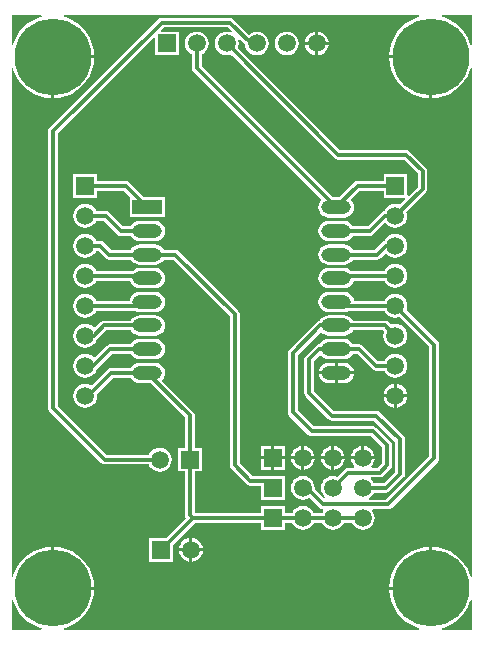
<source format=gtl>
G04 Layer_Physical_Order=1*
G04 Layer_Color=255*
%FSLAX24Y24*%
%MOIN*%
G70*
G01*
G75*
%ADD10O,0.0984X0.0472*%
%ADD11R,0.0984X0.0472*%
%ADD12C,0.0120*%
%ADD13C,0.2559*%
%ADD14R,0.0591X0.0591*%
%ADD15C,0.0591*%
%ADD16R,0.0591X0.0591*%
G36*
X15551Y19675D02*
X15501Y19669D01*
X15489Y19719D01*
X15406Y19920D01*
X15293Y20105D01*
X15152Y20270D01*
X14987Y20411D01*
X14801Y20524D01*
X14601Y20607D01*
X14551Y20619D01*
X14557Y20669D01*
X15551D01*
Y19675D01*
D02*
G37*
G36*
X1197Y20619D02*
X1147Y20607D01*
X947Y20524D01*
X761Y20411D01*
X596Y20270D01*
X455Y20105D01*
X342Y19920D01*
X259Y19719D01*
X247Y19669D01*
X197Y19675D01*
Y20669D01*
X1191D01*
X1197Y20619D01*
D02*
G37*
G36*
X13795D02*
X13746Y20607D01*
X13545Y20524D01*
X13360Y20411D01*
X13195Y20270D01*
X13054Y20105D01*
X12940Y19920D01*
X12857Y19719D01*
X12806Y19508D01*
X12793Y19341D01*
X14173D01*
Y19291D01*
X14223D01*
Y17911D01*
X14390Y17925D01*
X14601Y17975D01*
X14801Y18058D01*
X14987Y18172D01*
X15152Y18313D01*
X15293Y18478D01*
X15406Y18663D01*
X15489Y18864D01*
X15501Y18913D01*
X15551Y18907D01*
Y1959D01*
X15501Y1953D01*
X15489Y2002D01*
X15406Y2203D01*
X15293Y2388D01*
X15152Y2553D01*
X14987Y2694D01*
X14801Y2808D01*
X14601Y2891D01*
X14390Y2942D01*
X14223Y2955D01*
Y1575D01*
X14173D01*
Y1525D01*
X12793D01*
X12806Y1358D01*
X12857Y1147D01*
X12940Y947D01*
X13054Y761D01*
X13195Y596D01*
X13360Y455D01*
X13545Y342D01*
X13746Y259D01*
X13795Y247D01*
X13789Y197D01*
X1959D01*
X1953Y247D01*
X2002Y259D01*
X2203Y342D01*
X2388Y455D01*
X2553Y596D01*
X2694Y761D01*
X2808Y947D01*
X2891Y1147D01*
X2942Y1358D01*
X2955Y1525D01*
X1575D01*
Y1575D01*
X1525D01*
Y2955D01*
X1358Y2942D01*
X1147Y2891D01*
X947Y2808D01*
X761Y2694D01*
X596Y2553D01*
X455Y2388D01*
X342Y2203D01*
X259Y2002D01*
X247Y1953D01*
X197Y1959D01*
Y18907D01*
X247Y18913D01*
X259Y18864D01*
X342Y18663D01*
X455Y18478D01*
X596Y18313D01*
X761Y18172D01*
X947Y18058D01*
X1147Y17975D01*
X1358Y17925D01*
X1525Y17911D01*
Y19291D01*
X1575D01*
Y19341D01*
X2955D01*
X2942Y19508D01*
X2891Y19719D01*
X2808Y19920D01*
X2694Y20105D01*
X2553Y20270D01*
X2388Y20411D01*
X2203Y20524D01*
X2002Y20607D01*
X1953Y20619D01*
X1959Y20669D01*
X13789D01*
X13795Y20619D01*
D02*
G37*
G36*
X15551Y1191D02*
Y197D01*
X14557D01*
X14551Y247D01*
X14601Y259D01*
X14801Y342D01*
X14987Y455D01*
X15152Y596D01*
X15293Y761D01*
X15406Y947D01*
X15489Y1147D01*
X15501Y1197D01*
X15551Y1191D01*
D02*
G37*
G36*
X259Y1147D02*
X342Y947D01*
X455Y761D01*
X596Y596D01*
X761Y455D01*
X947Y342D01*
X1147Y259D01*
X1197Y247D01*
X1191Y197D01*
X197D01*
Y1191D01*
X247Y1197D01*
X259Y1147D01*
D02*
G37*
%LPC*%
G36*
X9304Y6317D02*
X8958D01*
Y5971D01*
X9304D01*
Y6317D01*
D02*
G37*
G36*
X9858Y6313D02*
X9805Y6306D01*
X9709Y6267D01*
X9626Y6203D01*
X9563Y6121D01*
X9523Y6024D01*
X9516Y5971D01*
X9858D01*
Y6313D01*
D02*
G37*
G36*
X10858Y5871D02*
X10516D01*
X10523Y5818D01*
X10563Y5722D01*
X10626Y5639D01*
X10709Y5576D01*
X10805Y5536D01*
X10858Y5529D01*
Y5871D01*
D02*
G37*
G36*
X11300D02*
X10958D01*
Y5529D01*
X11011Y5536D01*
X11108Y5576D01*
X11190Y5639D01*
X11254Y5722D01*
X11293Y5818D01*
X11300Y5871D01*
D02*
G37*
G36*
X8858Y6317D02*
X8513D01*
Y5971D01*
X8858D01*
Y6317D01*
D02*
G37*
G36*
X9958Y6313D02*
Y5971D01*
X10300D01*
X10293Y6024D01*
X10254Y6121D01*
X10190Y6203D01*
X10108Y6267D01*
X10011Y6306D01*
X9958Y6313D01*
D02*
G37*
G36*
X11958D02*
Y5971D01*
X12300D01*
X12293Y6024D01*
X12254Y6121D01*
X12190Y6203D01*
X12108Y6267D01*
X12011Y6306D01*
X11958Y6313D01*
D02*
G37*
G36*
X12942Y7942D02*
X12600D01*
X12607Y7889D01*
X12647Y7793D01*
X12710Y7710D01*
X12793Y7647D01*
X12889Y7607D01*
X12942Y7600D01*
Y7942D01*
D02*
G37*
G36*
X11858Y6313D02*
X11805Y6306D01*
X11709Y6267D01*
X11626Y6203D01*
X11563Y6121D01*
X11523Y6024D01*
X11516Y5971D01*
X11858D01*
Y6313D01*
D02*
G37*
G36*
X10858D02*
X10805Y6306D01*
X10709Y6267D01*
X10626Y6203D01*
X10563Y6121D01*
X10523Y6024D01*
X10516Y5971D01*
X10858D01*
Y6313D01*
D02*
G37*
G36*
X10958D02*
Y5971D01*
X11300D01*
X11293Y6024D01*
X11254Y6121D01*
X11190Y6203D01*
X11108Y6267D01*
X11011Y6306D01*
X10958Y6313D01*
D02*
G37*
G36*
X6570Y2809D02*
X6228D01*
Y2467D01*
X6281Y2474D01*
X6377Y2514D01*
X6459Y2577D01*
X6523Y2660D01*
X6563Y2756D01*
X6570Y2809D01*
D02*
G37*
G36*
X6128Y3251D02*
X6074Y3244D01*
X5978Y3204D01*
X5896Y3141D01*
X5832Y3058D01*
X5792Y2962D01*
X5785Y2909D01*
X6128D01*
Y3251D01*
D02*
G37*
G36*
Y2809D02*
X5785D01*
X5792Y2756D01*
X5832Y2660D01*
X5896Y2577D01*
X5978Y2514D01*
X6074Y2474D01*
X6128Y2467D01*
Y2809D01*
D02*
G37*
G36*
X14123Y2955D02*
X13957Y2942D01*
X13746Y2891D01*
X13545Y2808D01*
X13360Y2694D01*
X13195Y2553D01*
X13054Y2388D01*
X12940Y2203D01*
X12857Y2002D01*
X12806Y1791D01*
X12793Y1625D01*
X14123D01*
Y2955D01*
D02*
G37*
G36*
X1625Y2955D02*
Y1625D01*
X2955D01*
X2942Y1791D01*
X2891Y2002D01*
X2808Y2203D01*
X2694Y2388D01*
X2553Y2553D01*
X2388Y2694D01*
X2203Y2808D01*
X2002Y2891D01*
X1791Y2942D01*
X1625Y2955D01*
D02*
G37*
G36*
X6228Y3251D02*
Y2909D01*
X6570D01*
X6563Y2962D01*
X6523Y3058D01*
X6459Y3141D01*
X6377Y3204D01*
X6281Y3244D01*
X6228Y3251D01*
D02*
G37*
G36*
X9858Y5871D02*
X9516D01*
X9523Y5818D01*
X9563Y5722D01*
X9626Y5639D01*
X9709Y5576D01*
X9805Y5536D01*
X9858Y5529D01*
Y5871D01*
D02*
G37*
G36*
X10300D02*
X9958D01*
Y5529D01*
X10011Y5536D01*
X10108Y5576D01*
X10190Y5639D01*
X10254Y5722D01*
X10293Y5818D01*
X10300Y5871D01*
D02*
G37*
G36*
X9304D02*
X8958D01*
Y5526D01*
X9304D01*
Y5871D01*
D02*
G37*
G36*
X2657Y13391D02*
X2554Y13377D01*
X2458Y13337D01*
X2376Y13274D01*
X2312Y13191D01*
X2272Y13095D01*
X2259Y12992D01*
X2272Y12889D01*
X2312Y12793D01*
X2376Y12710D01*
X2458Y12647D01*
X2554Y12607D01*
X2657Y12593D01*
X2761Y12607D01*
X2857Y12647D01*
X2939Y12710D01*
X3003Y12793D01*
X3018Y12829D01*
X3082D01*
X3330Y12581D01*
X3382Y12546D01*
X3445Y12534D01*
X4172D01*
X4175Y12527D01*
X4229Y12457D01*
X4299Y12403D01*
X4381Y12369D01*
X4469Y12358D01*
X4980D01*
X5068Y12369D01*
X5150Y12403D01*
X5220Y12457D01*
X5274Y12527D01*
X5277Y12534D01*
X5582D01*
X7475Y10641D01*
Y5669D01*
X7487Y5607D01*
X7522Y5554D01*
X8034Y5042D01*
X8087Y5007D01*
X8150Y4994D01*
X8513D01*
Y4526D01*
X9304D01*
Y5317D01*
X8693D01*
X8672Y5321D01*
X8217D01*
X7801Y5737D01*
Y10709D01*
X7789Y10771D01*
X7753Y10824D01*
X5765Y12812D01*
X5712Y12848D01*
X5650Y12860D01*
X5277D01*
X5274Y12866D01*
X5220Y12937D01*
X5150Y12991D01*
X5068Y13024D01*
X4980Y13036D01*
X4469D01*
X4381Y13024D01*
X4299Y12991D01*
X4229Y12937D01*
X4175Y12866D01*
X4172Y12860D01*
X3512D01*
X3265Y13107D01*
X3212Y13143D01*
X3150Y13155D01*
X3018D01*
X3003Y13191D01*
X2939Y13274D01*
X2857Y13337D01*
X2761Y13377D01*
X2657Y13391D01*
D02*
G37*
G36*
X8858Y5871D02*
X8513D01*
Y5526D01*
X8858D01*
Y5871D01*
D02*
G37*
G36*
X3053Y15387D02*
X2262D01*
Y14597D01*
X3053D01*
Y14829D01*
X3936D01*
X4114Y14651D01*
X4132Y14608D01*
X4132D01*
X4132Y14608D01*
Y13935D01*
X5317D01*
Y14608D01*
X4619D01*
X4119Y15107D01*
X4066Y15143D01*
X4004Y15155D01*
X3053D01*
Y15387D01*
D02*
G37*
G36*
X14123Y19241D02*
X12793D01*
X12806Y19075D01*
X12857Y18864D01*
X12940Y18663D01*
X13054Y18478D01*
X13195Y18313D01*
X13360Y18172D01*
X13545Y18058D01*
X13746Y17975D01*
X13957Y17925D01*
X14123Y17911D01*
Y19241D01*
D02*
G37*
G36*
X2955Y19241D02*
X1625D01*
Y17911D01*
X1791Y17925D01*
X2002Y17975D01*
X2203Y18058D01*
X2388Y18172D01*
X2553Y18313D01*
X2694Y18478D01*
X2808Y18663D01*
X2891Y18864D01*
X2942Y19075D01*
X2955Y19241D01*
D02*
G37*
G36*
X12992Y12391D02*
X12889Y12377D01*
X12793Y12337D01*
X12710Y12274D01*
X12647Y12191D01*
X12632Y12155D01*
X11511D01*
X11449Y12203D01*
X11367Y12237D01*
X11280Y12249D01*
X10768D01*
X10680Y12237D01*
X10598Y12203D01*
X10528Y12149D01*
X10474Y12079D01*
X10440Y11997D01*
X10429Y11909D01*
X10440Y11822D01*
X10474Y11740D01*
X10528Y11670D01*
X10598Y11616D01*
X10680Y11582D01*
X10768Y11570D01*
X11280D01*
X11367Y11582D01*
X11449Y11616D01*
X11519Y11670D01*
X11573Y11740D01*
X11607Y11822D01*
X11608Y11829D01*
X12632D01*
X12647Y11793D01*
X12710Y11710D01*
X12793Y11647D01*
X12889Y11607D01*
X12992Y11593D01*
X13095Y11607D01*
X13191Y11647D01*
X13274Y11710D01*
X13337Y11793D01*
X13377Y11889D01*
X13391Y11992D01*
X13377Y12095D01*
X13337Y12191D01*
X13274Y12274D01*
X13191Y12337D01*
X13095Y12377D01*
X12992Y12391D01*
D02*
G37*
G36*
Y13391D02*
X12889Y13377D01*
X12793Y13337D01*
X12710Y13274D01*
X12647Y13191D01*
X12628Y13145D01*
X12615Y13143D01*
X12562Y13107D01*
X12314Y12860D01*
X11576D01*
X11573Y12866D01*
X11519Y12937D01*
X11449Y12991D01*
X11367Y13024D01*
X11280Y13036D01*
X10768D01*
X10680Y13024D01*
X10598Y12991D01*
X10528Y12937D01*
X10474Y12866D01*
X10440Y12785D01*
X10429Y12697D01*
X10440Y12609D01*
X10474Y12527D01*
X10528Y12457D01*
X10598Y12403D01*
X10680Y12369D01*
X10768Y12358D01*
X11280D01*
X11367Y12369D01*
X11449Y12403D01*
X11519Y12457D01*
X11573Y12527D01*
X11576Y12534D01*
X12382D01*
X12444Y12546D01*
X12497Y12581D01*
X12647Y12731D01*
X12697Y12728D01*
X12710Y12710D01*
X12793Y12647D01*
X12889Y12607D01*
X12992Y12593D01*
X13095Y12607D01*
X13191Y12647D01*
X13274Y12710D01*
X13337Y12793D01*
X13377Y12889D01*
X13391Y12992D01*
X13377Y13095D01*
X13337Y13191D01*
X13274Y13274D01*
X13191Y13337D01*
X13095Y13377D01*
X12992Y13391D01*
D02*
G37*
G36*
X2657Y14391D02*
X2554Y14377D01*
X2458Y14337D01*
X2376Y14274D01*
X2312Y14191D01*
X2272Y14095D01*
X2259Y13992D01*
X2272Y13889D01*
X2312Y13793D01*
X2376Y13710D01*
X2458Y13647D01*
X2554Y13607D01*
X2657Y13593D01*
X2761Y13607D01*
X2857Y13647D01*
X2939Y13710D01*
X3003Y13793D01*
X3018Y13829D01*
X3263D01*
X3723Y13369D01*
X3776Y13334D01*
X3839Y13321D01*
X3839Y13321D01*
X4172D01*
X4175Y13315D01*
X4229Y13244D01*
X4299Y13191D01*
X4381Y13157D01*
X4469Y13145D01*
X4980D01*
X5068Y13157D01*
X5150Y13191D01*
X5220Y13244D01*
X5274Y13315D01*
X5308Y13396D01*
X5319Y13484D01*
X5308Y13572D01*
X5274Y13654D01*
X5220Y13724D01*
X5150Y13778D01*
X5068Y13812D01*
X4980Y13823D01*
X4469D01*
X4381Y13812D01*
X4299Y13778D01*
X4229Y13724D01*
X4175Y13654D01*
X4172Y13647D01*
X3906D01*
X3446Y14107D01*
X3393Y14143D01*
X3331Y14155D01*
X3018D01*
X3003Y14191D01*
X2939Y14274D01*
X2857Y14337D01*
X2761Y14377D01*
X2657Y14391D01*
D02*
G37*
G36*
X10324Y20127D02*
X10271Y20120D01*
X10175Y20080D01*
X10093Y20017D01*
X10029Y19934D01*
X9989Y19838D01*
X9982Y19785D01*
X10324D01*
Y20127D01*
D02*
G37*
G36*
X10424D02*
Y19785D01*
X10767D01*
X10760Y19838D01*
X10720Y19934D01*
X10656Y20017D01*
X10574Y20080D01*
X10478Y20120D01*
X10424Y20127D01*
D02*
G37*
G36*
X7480Y20596D02*
X5197D01*
X5134Y20584D01*
X5081Y20548D01*
X1459Y16926D01*
X1424Y16873D01*
X1412Y16811D01*
Y7598D01*
X1424Y7536D01*
X1459Y7483D01*
X3192Y5751D01*
X3245Y5715D01*
X3307Y5703D01*
X3307Y5703D01*
X4781D01*
X4796Y5667D01*
X4860Y5584D01*
X4942Y5521D01*
X5039Y5481D01*
X5142Y5467D01*
X5245Y5481D01*
X5341Y5521D01*
X5424Y5584D01*
X5487Y5667D01*
X5527Y5763D01*
X5540Y5866D01*
X5527Y5969D01*
X5487Y6065D01*
X5424Y6148D01*
X5341Y6211D01*
X5245Y6251D01*
X5142Y6265D01*
X5039Y6251D01*
X4942Y6211D01*
X4860Y6148D01*
X4796Y6065D01*
X4781Y6029D01*
X3375D01*
X1738Y7666D01*
Y16743D01*
X4933Y19938D01*
X4979Y19919D01*
Y19340D01*
X5770D01*
Y20130D01*
X5190D01*
X5171Y20177D01*
X5264Y20270D01*
X7413D01*
X7530Y20152D01*
X7502Y20110D01*
X7478Y20120D01*
X7374Y20134D01*
X7271Y20120D01*
X7175Y20080D01*
X7092Y20017D01*
X7029Y19934D01*
X6989Y19838D01*
X6976Y19735D01*
X6989Y19632D01*
X7029Y19536D01*
X7092Y19453D01*
X7175Y19390D01*
X7271Y19350D01*
X7374Y19336D01*
X7478Y19350D01*
X7514Y19365D01*
X10970Y15908D01*
X11023Y15873D01*
X11086Y15860D01*
X13279D01*
X13735Y15405D01*
Y14965D01*
X13434Y14664D01*
X13387Y14683D01*
Y15387D01*
X12597D01*
Y15155D01*
X11744D01*
X11744Y15155D01*
X11682Y15143D01*
X11629Y15107D01*
X11132Y14611D01*
X10915D01*
X6538Y18988D01*
Y19375D01*
X6574Y19390D01*
X6656Y19453D01*
X6720Y19536D01*
X6760Y19632D01*
X6773Y19735D01*
X6760Y19838D01*
X6720Y19934D01*
X6656Y20017D01*
X6574Y20080D01*
X6478Y20120D01*
X6374Y20134D01*
X6271Y20120D01*
X6175Y20080D01*
X6093Y20017D01*
X6029Y19934D01*
X5989Y19838D01*
X5976Y19735D01*
X5989Y19632D01*
X6029Y19536D01*
X6093Y19453D01*
X6175Y19390D01*
X6211Y19375D01*
Y18921D01*
X6224Y18858D01*
X6259Y18806D01*
X10529Y14535D01*
X10528Y14511D01*
X10474Y14441D01*
X10440Y14359D01*
X10429Y14272D01*
X10440Y14184D01*
X10474Y14102D01*
X10528Y14032D01*
X10598Y13978D01*
X10680Y13944D01*
X10768Y13933D01*
X11280D01*
X11367Y13944D01*
X11449Y13978D01*
X11519Y14032D01*
X11573Y14102D01*
X11607Y14184D01*
X11619Y14272D01*
X11607Y14359D01*
X11573Y14441D01*
X11519Y14511D01*
X11518Y14535D01*
X11812Y14829D01*
X12597D01*
Y14597D01*
X13301D01*
X13320Y14551D01*
X13132Y14362D01*
X13095Y14377D01*
X12992Y14391D01*
X12889Y14377D01*
X12793Y14337D01*
X12710Y14274D01*
X12647Y14191D01*
X12630Y14151D01*
X12591Y14143D01*
X12538Y14107D01*
X12078Y13647D01*
X11576D01*
X11573Y13654D01*
X11519Y13724D01*
X11449Y13778D01*
X11367Y13812D01*
X11280Y13823D01*
X10768D01*
X10680Y13812D01*
X10598Y13778D01*
X10528Y13724D01*
X10474Y13654D01*
X10440Y13572D01*
X10429Y13484D01*
X10440Y13396D01*
X10474Y13315D01*
X10528Y13244D01*
X10598Y13191D01*
X10680Y13157D01*
X10768Y13145D01*
X11280D01*
X11367Y13157D01*
X11449Y13191D01*
X11519Y13244D01*
X11573Y13315D01*
X11576Y13321D01*
X12146D01*
X12208Y13334D01*
X12261Y13369D01*
X12637Y13744D01*
X12686Y13741D01*
X12710Y13710D01*
X12793Y13647D01*
X12889Y13607D01*
X12992Y13593D01*
X13095Y13607D01*
X13191Y13647D01*
X13274Y13710D01*
X13337Y13793D01*
X13377Y13889D01*
X13391Y13992D01*
X13377Y14095D01*
X13362Y14132D01*
X14013Y14782D01*
X14048Y14835D01*
X14061Y14898D01*
Y15472D01*
X14048Y15535D01*
X14013Y15588D01*
X13462Y16139D01*
X13409Y16174D01*
X13346Y16187D01*
X11153D01*
X7745Y19596D01*
X7760Y19632D01*
X7773Y19735D01*
X7760Y19838D01*
X7749Y19863D01*
X7792Y19891D01*
X7980Y19703D01*
X7989Y19632D01*
X8029Y19536D01*
X8092Y19453D01*
X8175Y19390D01*
X8271Y19350D01*
X8374Y19336D01*
X8478Y19350D01*
X8574Y19390D01*
X8656Y19453D01*
X8720Y19536D01*
X8760Y19632D01*
X8773Y19735D01*
X8760Y19838D01*
X8720Y19934D01*
X8656Y20017D01*
X8574Y20080D01*
X8478Y20120D01*
X8374Y20134D01*
X8271Y20120D01*
X8175Y20080D01*
X8112Y20032D01*
X7596Y20548D01*
X7543Y20584D01*
X7480Y20596D01*
D02*
G37*
G36*
X9374Y20134D02*
X9271Y20120D01*
X9175Y20080D01*
X9093Y20017D01*
X9029Y19934D01*
X8989Y19838D01*
X8976Y19735D01*
X8989Y19632D01*
X9029Y19536D01*
X9093Y19453D01*
X9175Y19390D01*
X9271Y19350D01*
X9374Y19336D01*
X9478Y19350D01*
X9574Y19390D01*
X9656Y19453D01*
X9720Y19536D01*
X9760Y19632D01*
X9773Y19735D01*
X9760Y19838D01*
X9720Y19934D01*
X9656Y20017D01*
X9574Y20080D01*
X9478Y20120D01*
X9374Y20134D01*
D02*
G37*
G36*
X10324Y19685D02*
X9982D01*
X9989Y19632D01*
X10029Y19536D01*
X10093Y19453D01*
X10175Y19390D01*
X10271Y19350D01*
X10324Y19343D01*
Y19685D01*
D02*
G37*
G36*
X10767D02*
X10424D01*
Y19343D01*
X10478Y19350D01*
X10574Y19390D01*
X10656Y19453D01*
X10720Y19536D01*
X10760Y19632D01*
X10767Y19685D01*
D02*
G37*
G36*
X10974Y8710D02*
X10435D01*
X10440Y8672D01*
X10474Y8590D01*
X10528Y8520D01*
X10598Y8466D01*
X10680Y8432D01*
X10768Y8421D01*
X10974D01*
Y8710D01*
D02*
G37*
G36*
X11612D02*
X11074D01*
Y8421D01*
X11280D01*
X11367Y8432D01*
X11449Y8466D01*
X11519Y8520D01*
X11573Y8590D01*
X11607Y8672D01*
X11612Y8710D01*
D02*
G37*
G36*
X10974Y9099D02*
X10768D01*
X10680Y9087D01*
X10598Y9054D01*
X10528Y9000D01*
X10474Y8929D01*
X10440Y8848D01*
X10435Y8810D01*
X10974D01*
Y9099D01*
D02*
G37*
G36*
X13384Y7942D02*
X13042D01*
Y7600D01*
X13095Y7607D01*
X13191Y7647D01*
X13274Y7710D01*
X13337Y7793D01*
X13377Y7889D01*
X13384Y7942D01*
D02*
G37*
G36*
X12942Y8384D02*
X12889Y8377D01*
X12793Y8337D01*
X12710Y8274D01*
X12647Y8191D01*
X12607Y8095D01*
X12600Y8042D01*
X12942D01*
Y8384D01*
D02*
G37*
G36*
X13042D02*
Y8042D01*
X13384D01*
X13377Y8095D01*
X13337Y8191D01*
X13274Y8274D01*
X13191Y8337D01*
X13095Y8377D01*
X13042Y8384D01*
D02*
G37*
G36*
X4980Y10674D02*
X4469D01*
X4381Y10662D01*
X4299Y10628D01*
X4229Y10574D01*
X4175Y10504D01*
X4172Y10498D01*
X3287D01*
X3225Y10485D01*
X3172Y10450D01*
X2991Y10269D01*
X2941Y10272D01*
X2939Y10274D01*
X2857Y10337D01*
X2761Y10377D01*
X2657Y10391D01*
X2554Y10377D01*
X2458Y10337D01*
X2376Y10274D01*
X2312Y10191D01*
X2272Y10095D01*
X2259Y9992D01*
X2272Y9889D01*
X2312Y9793D01*
X2376Y9710D01*
X2458Y9647D01*
X2554Y9607D01*
X2657Y9593D01*
X2761Y9607D01*
X2857Y9647D01*
X2939Y9710D01*
X3003Y9793D01*
X3029Y9856D01*
X3060Y9877D01*
X3355Y10172D01*
X4172D01*
X4175Y10165D01*
X4229Y10095D01*
X4299Y10041D01*
X4381Y10007D01*
X4469Y9996D01*
X4980D01*
X5068Y10007D01*
X5150Y10041D01*
X5220Y10095D01*
X5274Y10165D01*
X5308Y10247D01*
X5319Y10335D01*
X5308Y10422D01*
X5274Y10504D01*
X5220Y10574D01*
X5150Y10628D01*
X5068Y10662D01*
X4980Y10674D01*
D02*
G37*
G36*
Y11461D02*
X4469D01*
X4381Y11450D01*
X4299Y11416D01*
X4229Y11362D01*
X4175Y11292D01*
X4141Y11210D01*
X4134Y11155D01*
X3018D01*
X3003Y11191D01*
X2939Y11274D01*
X2857Y11337D01*
X2761Y11377D01*
X2657Y11391D01*
X2554Y11377D01*
X2458Y11337D01*
X2376Y11274D01*
X2312Y11191D01*
X2272Y11095D01*
X2259Y10992D01*
X2272Y10889D01*
X2312Y10793D01*
X2376Y10710D01*
X2458Y10647D01*
X2554Y10607D01*
X2657Y10593D01*
X2761Y10607D01*
X2857Y10647D01*
X2939Y10710D01*
X3003Y10793D01*
X3018Y10829D01*
X4298D01*
X4299Y10828D01*
X4381Y10794D01*
X4469Y10783D01*
X4980D01*
X5068Y10794D01*
X5150Y10828D01*
X5220Y10882D01*
X5274Y10952D01*
X5308Y11034D01*
X5319Y11122D01*
X5308Y11210D01*
X5274Y11292D01*
X5220Y11362D01*
X5150Y11416D01*
X5068Y11450D01*
X4980Y11461D01*
D02*
G37*
G36*
X2657Y12391D02*
X2554Y12377D01*
X2458Y12337D01*
X2376Y12274D01*
X2312Y12191D01*
X2272Y12095D01*
X2259Y11992D01*
X2272Y11889D01*
X2312Y11793D01*
X2376Y11710D01*
X2458Y11647D01*
X2554Y11607D01*
X2657Y11593D01*
X2761Y11607D01*
X2857Y11647D01*
X2939Y11710D01*
X3003Y11793D01*
X3018Y11829D01*
X4140D01*
X4141Y11822D01*
X4175Y11740D01*
X4229Y11670D01*
X4299Y11616D01*
X4381Y11582D01*
X4469Y11570D01*
X4980D01*
X5068Y11582D01*
X5150Y11616D01*
X5220Y11670D01*
X5274Y11740D01*
X5308Y11822D01*
X5319Y11909D01*
X5308Y11997D01*
X5274Y12079D01*
X5220Y12149D01*
X5150Y12203D01*
X5068Y12237D01*
X4980Y12249D01*
X4469D01*
X4381Y12237D01*
X4299Y12203D01*
X4237Y12155D01*
X3018D01*
X3003Y12191D01*
X2939Y12274D01*
X2857Y12337D01*
X2761Y12377D01*
X2657Y12391D01*
D02*
G37*
G36*
X11280Y9099D02*
X11074D01*
Y8810D01*
X11612D01*
X11607Y8848D01*
X11573Y8929D01*
X11519Y9000D01*
X11449Y9054D01*
X11367Y9087D01*
X11280Y9099D01*
D02*
G37*
G36*
X4980Y9886D02*
X4469D01*
X4381Y9875D01*
X4299Y9841D01*
X4229Y9787D01*
X4175Y9717D01*
X4172Y9710D01*
X3484D01*
X3422Y9698D01*
X3369Y9663D01*
X2978Y9272D01*
X2939Y9274D01*
X2857Y9337D01*
X2761Y9377D01*
X2657Y9391D01*
X2554Y9377D01*
X2458Y9337D01*
X2376Y9274D01*
X2312Y9191D01*
X2272Y9095D01*
X2259Y8992D01*
X2272Y8889D01*
X2312Y8793D01*
X2376Y8710D01*
X2458Y8647D01*
X2554Y8607D01*
X2657Y8593D01*
X2761Y8607D01*
X2857Y8647D01*
X2939Y8710D01*
X3003Y8793D01*
X3035Y8870D01*
X3044Y8877D01*
X3552Y9384D01*
X4172D01*
X4175Y9378D01*
X4229Y9307D01*
X4299Y9254D01*
X4381Y9220D01*
X4469Y9208D01*
X4980D01*
X5068Y9220D01*
X5150Y9254D01*
X5220Y9307D01*
X5274Y9378D01*
X5308Y9459D01*
X5319Y9547D01*
X5308Y9635D01*
X5274Y9717D01*
X5220Y9787D01*
X5150Y9841D01*
X5068Y9875D01*
X4980Y9886D01*
D02*
G37*
G36*
X11280Y11461D02*
X10768D01*
X10680Y11450D01*
X10598Y11416D01*
X10528Y11362D01*
X10474Y11292D01*
X10440Y11210D01*
X10429Y11122D01*
X10440Y11034D01*
X10474Y10952D01*
X10528Y10882D01*
X10598Y10828D01*
X10680Y10794D01*
X10768Y10783D01*
X11280D01*
X11367Y10794D01*
X11449Y10828D01*
X11450Y10829D01*
X12632D01*
X12647Y10793D01*
X12710Y10710D01*
X12793Y10647D01*
X12889Y10607D01*
X12992Y10593D01*
X13095Y10607D01*
X13132Y10622D01*
X14128Y9625D01*
Y5973D01*
X12688Y4533D01*
X12129D01*
X12127Y4538D01*
X12121Y4586D01*
X12190Y4639D01*
X12254Y4722D01*
X12269Y4758D01*
X12677D01*
X12740Y4771D01*
X12793Y4806D01*
X13265Y5278D01*
X13300Y5331D01*
X13313Y5394D01*
Y6535D01*
X13300Y6598D01*
X13265Y6651D01*
X12478Y7438D01*
X12425Y7474D01*
X12362Y7486D01*
X10934D01*
X10281Y8138D01*
Y9145D01*
X10465Y9328D01*
X10514Y9325D01*
X10528Y9307D01*
X10598Y9254D01*
X10680Y9220D01*
X10768Y9208D01*
X11280D01*
X11367Y9220D01*
X11449Y9254D01*
X11519Y9307D01*
X11573Y9378D01*
X11576Y9384D01*
X11724D01*
X12231Y8877D01*
X12284Y8841D01*
X12346Y8829D01*
X12632D01*
X12647Y8793D01*
X12710Y8710D01*
X12793Y8647D01*
X12889Y8607D01*
X12992Y8593D01*
X13095Y8607D01*
X13191Y8647D01*
X13274Y8710D01*
X13337Y8793D01*
X13377Y8889D01*
X13391Y8992D01*
X13377Y9095D01*
X13337Y9191D01*
X13274Y9274D01*
X13191Y9337D01*
X13095Y9377D01*
X12992Y9391D01*
X12889Y9377D01*
X12793Y9337D01*
X12710Y9274D01*
X12647Y9191D01*
X12632Y9155D01*
X12414D01*
X11907Y9663D01*
X11854Y9698D01*
X11791Y9710D01*
X11576D01*
X11573Y9717D01*
X11519Y9787D01*
X11449Y9841D01*
X11367Y9875D01*
X11280Y9886D01*
X10768D01*
X10680Y9875D01*
X10598Y9841D01*
X10528Y9787D01*
X10474Y9717D01*
X10471Y9710D01*
X10453D01*
X10390Y9698D01*
X10337Y9663D01*
X10003Y9328D01*
X9967Y9275D01*
X9955Y9213D01*
Y8071D01*
X9967Y8008D01*
X10003Y7956D01*
X10751Y7207D01*
X10804Y7172D01*
X10866Y7160D01*
X12295D01*
X12986Y6468D01*
Y5461D01*
X12610Y5084D01*
X12269D01*
X12254Y5121D01*
X12190Y5203D01*
X12168Y5220D01*
X12185Y5270D01*
X12480D01*
X12543Y5282D01*
X12596Y5318D01*
X12832Y5554D01*
X12867Y5607D01*
X12880Y5669D01*
X12880Y5669D01*
Y6339D01*
X12867Y6401D01*
X12832Y6454D01*
X12359Y6926D01*
X12307Y6962D01*
X12244Y6974D01*
X10264D01*
X9730Y7509D01*
Y9342D01*
X10486Y10098D01*
X10528Y10095D01*
X10598Y10041D01*
X10680Y10007D01*
X10768Y9996D01*
X11280D01*
X11367Y10007D01*
X11449Y10041D01*
X11519Y10095D01*
X11573Y10165D01*
X11576Y10172D01*
X12582D01*
X12622Y10132D01*
X12607Y10095D01*
X12593Y9992D01*
X12607Y9889D01*
X12647Y9793D01*
X12710Y9710D01*
X12793Y9647D01*
X12889Y9607D01*
X12992Y9593D01*
X13095Y9607D01*
X13191Y9647D01*
X13274Y9710D01*
X13337Y9793D01*
X13377Y9889D01*
X13391Y9992D01*
X13377Y10095D01*
X13337Y10191D01*
X13274Y10274D01*
X13191Y10337D01*
X13095Y10377D01*
X12992Y10391D01*
X12889Y10377D01*
X12853Y10362D01*
X12765Y10450D01*
X12712Y10485D01*
X12650Y10498D01*
X11576D01*
X11573Y10504D01*
X11519Y10574D01*
X11449Y10628D01*
X11367Y10662D01*
X11280Y10674D01*
X10768D01*
X10680Y10662D01*
X10598Y10628D01*
X10528Y10574D01*
X10474Y10504D01*
X10469Y10493D01*
X10430Y10485D01*
X10377Y10450D01*
X9452Y9525D01*
X9416Y9472D01*
X9404Y9409D01*
Y7441D01*
X9416Y7379D01*
X9452Y7326D01*
X10081Y6696D01*
X10134Y6660D01*
X10197Y6648D01*
X12177D01*
X12553Y6271D01*
Y5737D01*
X12413Y5596D01*
X12208D01*
X12195Y5646D01*
X12254Y5722D01*
X12293Y5818D01*
X12300Y5871D01*
X11516D01*
X11523Y5818D01*
X11563Y5722D01*
X11621Y5646D01*
X11609Y5596D01*
X11420D01*
X11358Y5584D01*
X11305Y5548D01*
X11048Y5291D01*
X11011Y5306D01*
X10908Y5320D01*
X10805Y5306D01*
X10709Y5267D01*
X10626Y5203D01*
X10563Y5121D01*
X10523Y5024D01*
X10510Y4921D01*
X10523Y4818D01*
X10563Y4722D01*
X10626Y4639D01*
X10653Y4619D01*
X10641Y4565D01*
X10629Y4562D01*
X10303Y4889D01*
X10307Y4921D01*
X10293Y5024D01*
X10254Y5121D01*
X10190Y5203D01*
X10108Y5267D01*
X10011Y5306D01*
X9908Y5320D01*
X9805Y5306D01*
X9709Y5267D01*
X9626Y5203D01*
X9563Y5121D01*
X9523Y5024D01*
X9510Y4921D01*
X9523Y4818D01*
X9563Y4722D01*
X9626Y4639D01*
X9709Y4576D01*
X9805Y4536D01*
X9908Y4523D01*
X10011Y4536D01*
X10108Y4576D01*
X10134Y4596D01*
X10469Y4261D01*
X10522Y4226D01*
X10573Y4216D01*
X10590Y4186D01*
X10596Y4163D01*
X10563Y4121D01*
X10548Y4084D01*
X10269D01*
X10254Y4121D01*
X10190Y4203D01*
X10108Y4267D01*
X10011Y4306D01*
X9908Y4320D01*
X9805Y4306D01*
X9709Y4267D01*
X9626Y4203D01*
X9563Y4121D01*
X9548Y4084D01*
X9304D01*
Y4317D01*
X8513D01*
Y4084D01*
X6307D01*
X6305Y4087D01*
Y5471D01*
X6537D01*
Y6261D01*
X6305D01*
Y7343D01*
X6292Y7405D01*
X6257Y7458D01*
X5219Y8496D01*
X5220Y8520D01*
X5274Y8590D01*
X5308Y8672D01*
X5319Y8760D01*
X5308Y8848D01*
X5274Y8929D01*
X5220Y9000D01*
X5150Y9054D01*
X5068Y9087D01*
X4980Y9099D01*
X4469D01*
X4381Y9087D01*
X4299Y9054D01*
X4229Y9000D01*
X4175Y8929D01*
X4172Y8923D01*
X3524D01*
X3461Y8911D01*
X3408Y8875D01*
X2865Y8331D01*
X2857Y8337D01*
X2761Y8377D01*
X2657Y8391D01*
X2554Y8377D01*
X2458Y8337D01*
X2376Y8274D01*
X2312Y8191D01*
X2272Y8095D01*
X2259Y7992D01*
X2272Y7889D01*
X2312Y7793D01*
X2376Y7710D01*
X2458Y7647D01*
X2554Y7607D01*
X2657Y7593D01*
X2761Y7607D01*
X2857Y7647D01*
X2939Y7710D01*
X3003Y7793D01*
X3043Y7889D01*
X3056Y7992D01*
X3048Y8054D01*
X3591Y8597D01*
X4172D01*
X4175Y8590D01*
X4229Y8520D01*
X4299Y8466D01*
X4381Y8432D01*
X4469Y8421D01*
X4833D01*
X5979Y7275D01*
Y6261D01*
X5746D01*
Y5471D01*
X5979D01*
Y4019D01*
X5991Y3957D01*
X6013Y3925D01*
X5342Y3254D01*
X4782D01*
Y2464D01*
X5573D01*
Y3024D01*
X6307Y3758D01*
X8513D01*
Y3526D01*
X9304D01*
Y3758D01*
X9548D01*
X9563Y3722D01*
X9626Y3639D01*
X9709Y3576D01*
X9805Y3536D01*
X9908Y3523D01*
X10011Y3536D01*
X10108Y3576D01*
X10190Y3639D01*
X10254Y3722D01*
X10269Y3758D01*
X10548D01*
X10563Y3722D01*
X10626Y3639D01*
X10709Y3576D01*
X10805Y3536D01*
X10908Y3523D01*
X11011Y3536D01*
X11108Y3576D01*
X11190Y3639D01*
X11254Y3722D01*
X11269Y3758D01*
X11548D01*
X11563Y3722D01*
X11626Y3639D01*
X11709Y3576D01*
X11805Y3536D01*
X11908Y3523D01*
X12011Y3536D01*
X12108Y3576D01*
X12190Y3639D01*
X12254Y3722D01*
X12293Y3818D01*
X12307Y3921D01*
X12293Y4024D01*
X12254Y4121D01*
X12226Y4157D01*
X12250Y4207D01*
X12756D01*
X12818Y4219D01*
X12871Y4255D01*
X14407Y5790D01*
X14442Y5843D01*
X14454Y5906D01*
Y9693D01*
X14442Y9755D01*
X14407Y9808D01*
X13362Y10853D01*
X13377Y10889D01*
X13391Y10992D01*
X13377Y11095D01*
X13337Y11191D01*
X13274Y11274D01*
X13191Y11337D01*
X13095Y11377D01*
X12992Y11391D01*
X12889Y11377D01*
X12793Y11337D01*
X12710Y11274D01*
X12647Y11191D01*
X12632Y11155D01*
X11614D01*
X11607Y11210D01*
X11573Y11292D01*
X11519Y11362D01*
X11449Y11416D01*
X11367Y11450D01*
X11280Y11461D01*
D02*
G37*
%LPD*%
D10*
X11024Y8760D02*
D03*
Y9547D02*
D03*
Y10335D02*
D03*
Y11122D02*
D03*
Y11909D02*
D03*
Y12697D02*
D03*
Y13484D02*
D03*
Y14272D02*
D03*
X4724Y8760D02*
D03*
Y9547D02*
D03*
Y10335D02*
D03*
Y11122D02*
D03*
Y11909D02*
D03*
Y12697D02*
D03*
Y13484D02*
D03*
D11*
Y14272D02*
D03*
D12*
X10453Y9547D02*
X11024D01*
X10118Y9213D02*
X10453Y9547D01*
X10118Y8071D02*
Y9213D01*
Y8071D02*
X10866Y7323D01*
X12362D01*
X13150Y6535D01*
Y5394D02*
Y6535D01*
X12677Y4921D02*
X13150Y5394D01*
X11908Y4921D02*
X12677D01*
X9567Y7441D02*
Y9409D01*
Y7441D02*
X10197Y6811D01*
X12244D01*
X12717Y6339D01*
Y5669D02*
Y6339D01*
X1575Y16811D02*
X5197Y20433D01*
X1575Y7598D02*
Y16811D01*
Y7598D02*
X3307Y5866D01*
X5142D01*
X6142Y4019D02*
X6240Y3921D01*
X6142Y4019D02*
Y5866D01*
X4724Y8760D02*
X6142Y7343D01*
Y5866D02*
Y7343D01*
X4724Y12697D02*
X5650D01*
X7638Y10709D01*
Y5669D02*
Y10709D01*
Y5669D02*
X8150Y5157D01*
X8672D01*
X8908Y4921D01*
X12992Y10992D02*
X14291Y9693D01*
Y5906D02*
Y9693D01*
X12756Y4370D02*
X14291Y5906D01*
X12103Y4370D02*
X12756D01*
X12097Y4377D02*
X12103Y4370D01*
X10584Y4377D02*
X12097D01*
X10039Y4921D02*
X10584Y4377D01*
X9908Y4921D02*
X10039D01*
X10492Y10335D02*
X11024D01*
X9567Y9409D02*
X10492Y10335D01*
X12480Y5433D02*
X12717Y5669D01*
X11420Y5433D02*
X12480D01*
X10908Y4921D02*
X11420Y5433D01*
X5197Y20433D02*
X7480D01*
X8178Y19735D01*
X8374D01*
X12992Y13992D02*
X13898Y14898D01*
Y15472D01*
X13346Y16024D02*
X13898Y15472D01*
X11086Y16024D02*
X13346D01*
X7374Y19735D02*
X11086Y16024D01*
X6374Y18921D02*
X11024Y14272D01*
X6374Y18921D02*
Y19735D01*
X11024Y14272D02*
X11744Y14992D01*
X12992D01*
X11024Y13484D02*
X12146D01*
X12654Y13992D01*
X12992D01*
X11024Y12697D02*
X12382D01*
X12677Y12992D01*
X12992D01*
X11024Y11909D02*
X11106Y11992D01*
X12992D01*
X11024Y11122D02*
X11154Y10992D01*
X12992D01*
X11024Y10335D02*
X12650D01*
X12992Y9992D01*
X11024Y9547D02*
X11791D01*
X12346Y8992D01*
X12992D01*
X10908Y3921D02*
X11908D01*
X9908D02*
X10908D01*
X8908D02*
X9908D01*
X5178Y2859D02*
X6240Y3921D01*
X8908D01*
X3524Y8760D02*
X4724D01*
X2756Y7992D02*
X3524Y8760D01*
X2657Y7992D02*
X2756D01*
X3484Y9547D02*
X4724D01*
X2929Y8992D02*
X3484Y9547D01*
X2657Y8992D02*
X2929D01*
X3287Y10335D02*
X4724D01*
X2945Y9992D02*
X3287Y10335D01*
X2657Y9992D02*
X2945D01*
X4594Y10992D02*
X4724Y11122D01*
X2657Y10992D02*
X4594D01*
X4642Y11992D02*
X4724Y11909D01*
X2657Y11992D02*
X4642D01*
X3445Y12697D02*
X4724D01*
X3150Y12992D02*
X3445Y12697D01*
X2657Y12992D02*
X3150D01*
X3839Y13484D02*
X4724D01*
X3331Y13992D02*
X3839Y13484D01*
X2657Y13992D02*
X3331D01*
X4004Y14992D02*
X4724Y14272D01*
X2657Y14992D02*
X4004D01*
D13*
X1575Y1575D02*
D03*
X14173Y1575D02*
D03*
X1575Y19291D02*
D03*
X14173Y19291D02*
D03*
D14*
X5178Y2859D02*
D03*
X6142Y5866D02*
D03*
X5374Y19735D02*
D03*
X8908Y3921D02*
D03*
Y4921D02*
D03*
Y5921D02*
D03*
D15*
X6178Y2859D02*
D03*
X5142Y5866D02*
D03*
X6374Y19735D02*
D03*
X7374D02*
D03*
X8374D02*
D03*
X9374D02*
D03*
X10374D02*
D03*
X11908Y3921D02*
D03*
X10908D02*
D03*
X9908D02*
D03*
X11908Y4921D02*
D03*
X10908D02*
D03*
X9908D02*
D03*
X11908Y5921D02*
D03*
X10908D02*
D03*
X9908D02*
D03*
X12992Y13992D02*
D03*
Y12992D02*
D03*
Y11992D02*
D03*
Y10992D02*
D03*
Y9992D02*
D03*
Y8992D02*
D03*
Y7992D02*
D03*
X2657Y13992D02*
D03*
Y12992D02*
D03*
Y11992D02*
D03*
Y10992D02*
D03*
Y9992D02*
D03*
Y8992D02*
D03*
Y7992D02*
D03*
D16*
X12992Y14992D02*
D03*
X2657D02*
D03*
M02*

</source>
